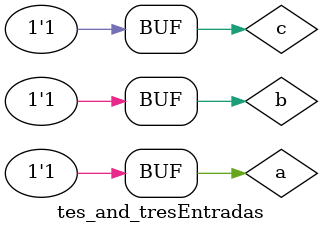
<source format=v>


module and_tresEntradas (output s, input p, input q, input w);

assign s = p & q & w;

endmodule  //and 3 entradas

//----------------------
//--test and 3 entradas
//------------------------
module tes_and_tresEntradas;
//--------------dados locais
	reg a, b, c  ;   //definir registradores
	wire s;           //definir conexao(fio)

//------------instancia
and_tresEntradas AND3 (s,a,b,c);

//------------preparacao
initial begin: start  //atribuicao simultanea dos valores iniciais

a=0; b=0; c=0; 
end

//---------------parte principal
initial begin:main
	$display("Exercicio08 - Thais Mairink - 441710");
	$display("Test AND 3 entradas");
	$display("\na & b & c  =  s\n");
   $monitor("%b & %b & %b  = %b", a, b, c, s);
#1 a=0; b=0; c=0;
#1 a=0; b=0; c=1;
#1 a=0; b=1; c=0;
#1 a=0; b=1; c=1;
#1 a=1; b=0; c=0; 
#1 a=1; b=0; c=1; 
#1 a=1; b=1; c=0; 
#1 a=1; b=1; c=1;

end

endmodule //AND 3 entradas

</source>
